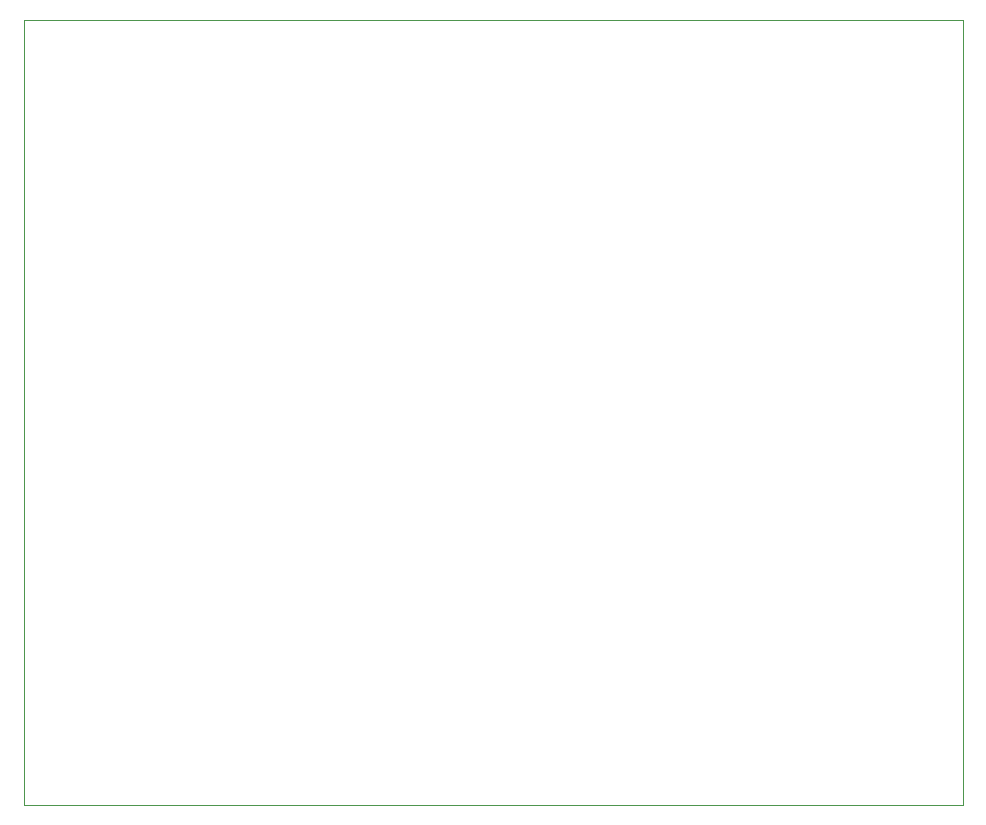
<source format=gbr>
%TF.GenerationSoftware,KiCad,Pcbnew,9.0.1*%
%TF.CreationDate,2025-06-18T06:06:39+01:00*%
%TF.ProjectId,cube_pcb,63756265-5f70-4636-922e-6b696361645f,rev?*%
%TF.SameCoordinates,Original*%
%TF.FileFunction,Profile,NP*%
%FSLAX46Y46*%
G04 Gerber Fmt 4.6, Leading zero omitted, Abs format (unit mm)*
G04 Created by KiCad (PCBNEW 9.0.1) date 2025-06-18 06:06:39*
%MOMM*%
%LPD*%
G01*
G04 APERTURE LIST*
%TA.AperFunction,Profile*%
%ADD10C,0.050000*%
%TD*%
G04 APERTURE END LIST*
D10*
X108000000Y-58500000D02*
X187500000Y-58500000D01*
X187500000Y-125000000D01*
X108000000Y-125000000D01*
X108000000Y-58500000D01*
M02*

</source>
